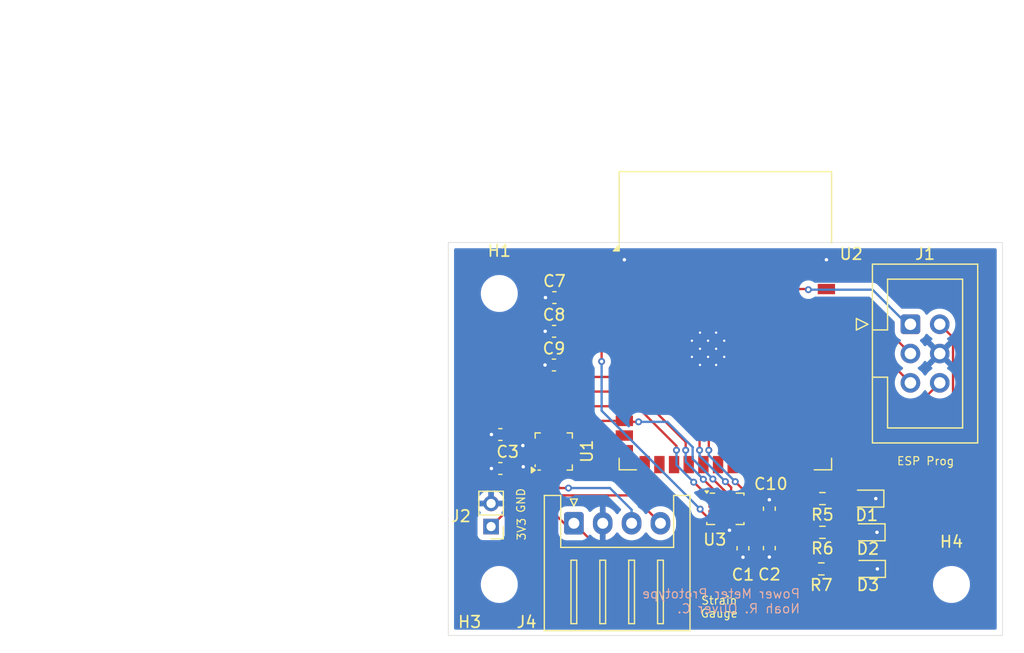
<source format=kicad_pcb>
(kicad_pcb (version 20241229) (generator "pcbnew") (generator_version "9.0")
  (title_block (title "dsads") (date "2024-07-18") (rev "1"))
  (layers (0 "F.Cu" signal) (2 "B.Cu" signal) (13 "F.Paste" user) (15 "B.Paste" user) (5 "F.SilkS" user "F.Silkscreen") (7 "B.SilkS" user "B.Silkscreen") (1 "F.Mask" user) (3 "B.Mask" user) (25 "Edge.Cuts" user))
  (net 0 "")
  (net 1 "+3V3")
  (net 2 "/SYNC_{ADC}")
  (net 3 "/ADS-")
  (net 4 "/CLK_{ADC}")
  (net 5 "/SCLK")
  (net 6 "/ADS+")
  (net 7 "/DRDY_{ADC}")
  (net 8 "/MISO")
  (net 9 "/CS_{ADC}")
  (net 10 "/MOSI")
  (net 11 "/CS_{gyro}")
  (net 22 "GND")
  (net 23 "Net-(D1-A)")
  (net 24 "Net-(D2-A)")
  (net 28 "Net-(D3-A)")
  (net 29 "/LED_{1}")
  (net 30 "/LED_{2}")
  (net 32 "/INT2_{gyro}")
  (net 33 "Net-(U1-CAP)")
  (net 37 "/INT1_{gyro}")
  (net 41 "/EN")
  (net 42 "/RX")
  (net 43 "/IO0")
  (net 44 "/TX")
  (footprint "RF_Module:ESP32-S3-WROOM-1" (layer "F.Cu") (at 153.035 96.339)
    (property "Reference" "U2" (at 10.8966 -5.7626 0) (layer "F.SilkS"))
    (property "Value" "ESP32-S3-WROOM-1")
    (fp_line (start -9.2 -12.9) (end -9.2 -6.7) (stroke (width 0.12)) (layer "F.SilkS"))
    (fp_line (start -9.2 -12.9) (end 9.2 -12.9) (stroke (width 0.12)) (layer "F.SilkS"))
    (fp_line (start -9.2 11.95) (end -9.2 12.95) (stroke (width 0.12)) (layer "F.SilkS"))
    (fp_line (start -9.2 12.95) (end -7.7 12.95) (stroke (width 0.12)) (layer "F.SilkS"))
    (fp_line (start 9.2 -12.9) (end 9.2 -6.7) (stroke (width 0.12)) (layer "F.SilkS"))
    (fp_line (start 9.2 12.95) (end 7.7 12.95) (stroke (width 0.12)) (layer "F.SilkS"))
    (fp_line (start 9.2 12.95) (end 9.2 11.95) (stroke (width 0.12)) (layer "F.SilkS"))
    (fp_poly (pts (xy -9.2 -6.025) (xy -9.7 -6.025) (xy -9.2 -6.525) (xy -9.2 -6.025)) (stroke (width 0.12)) (fill yes) (layer "F.SilkS"))
    (pad "1" smd rect (at -8.75 -5.26) (size 1.5 0.9) (layers "F.Cu" "F.Mask" "F.Paste") (net 22 "GND"))
    (pad "2" smd rect (at -8.75 -3.99) (size 1.5 0.9) (layers "F.Cu" "F.Mask" "F.Paste") (net 1 "+3V3"))
    (pad "3" smd rect (at -8.75 -2.72) (size 1.5 0.9) (layers "F.Cu" "F.Mask" "F.Paste") (net 41 "/EN"))
    (pad "4" smd rect (at -8.75 -1.45) (size 1.5 0.9) (layers "F.Cu" "F.Mask" "F.Paste"))
    (pad "5" smd rect (at -8.75 -0.18) (size 1.5 0.9) (layers "F.Cu" "F.Mask" "F.Paste"))
    (pad "6" smd rect (at -8.75 1.09) (size 1.5 0.9) (layers "F.Cu" "F.Mask" "F.Paste") (net 37 "/INT1_{gyro}"))
    (pad "7" smd rect (at -8.75 2.36) (size 1.5 0.9) (layers "F.Cu" "F.Mask" "F.Paste") (net 32 "/INT2_{gyro}"))
    (pad "8" smd rect (at -8.75 3.63) (size 1.5 0.9) (layers "F.Cu" "F.Mask" "F.Paste") (net 11 "/CS_{gyro}"))
    (pad "9" smd rect (at -8.75 4.9) (size 1.5 0.9) (layers "F.Cu" "F.Mask" "F.Paste") (net 4 "/CLK_{ADC}"))
    (pad "10" smd rect (at -8.75 6.17) (size 1.5 0.9) (layers "F.Cu" "F.Mask" "F.Paste") (net 10 "/MOSI"))
    (pad "11" smd rect (at -8.75 7.44) (size 1.5 0.9) (layers "F.Cu" "F.Mask" "F.Paste") (net 8 "/MISO"))
    (pad "12" smd rect (at -8.75 8.71) (size 1.5 0.9) (layers "F.Cu" "F.Mask" "F.Paste") (net 5 "/SCLK"))
    (pad "13" smd rect (at -8.75 9.98) (size 1.5 0.9) (layers "F.Cu" "F.Mask" "F.Paste") (net 7 "/DRDY_{ADC}"))
    (pad "14" smd rect (at -8.75 11.25 180) (size 1.5 0.9) (layers "F.Cu" "F.Mask" "F.Paste") (net 9 "/CS_{ADC}"))
    (pad "15" smd rect (at -6.985 12.5 270) (size 1.5 0.9) (layers "F.Cu" "F.Mask" "F.Paste") (net 2 "/SYNC_{ADC}"))
    (pad "16" smd rect (at -5.715 12.5 270) (size 1.5 0.9) (layers "F.Cu" "F.Mask" "F.Paste"))
    (pad "17" smd rect (at -4.445 12.5 270) (size 1.5 0.9) (layers "F.Cu" "F.Mask" "F.Paste"))
    (pad "18" smd rect (at -3.175 12.5 270) (size 1.5 0.9) (layers "F.Cu" "F.Mask" "F.Paste"))
    (pad "19" smd rect (at -1.905 12.5 270) (size 1.5 0.9) (layers "F.Cu" "F.Mask" "F.Paste"))
    (pad "20" smd rect (at -0.635 12.5 270) (size 1.5 0.9) (layers "F.Cu" "F.Mask" "F.Paste"))
    (pad "21" smd rect (at 0.635 12.5 270) (size 1.5 0.9) (layers "F.Cu" "F.Mask" "F.Paste"))
    (pad "22" smd rect (at 1.905 12.5 270) (size 1.5 0.9) (layers "F.Cu" "F.Mask" "F.Paste"))
    (pad "23" smd rect (at 3.175 12.5 270) (size 1.5 0.9) (layers "F.Cu" "F.Mask" "F.Paste"))
    (pad "24" smd rect (at 4.445 12.5 270) (size 1.5 0.9) (layers "F.Cu" "F.Mask" "F.Paste"))
    (pad "25" smd rect (at 5.715 12.5 270) (size 1.5 0.9) (layers "F.Cu" "F.Mask" "F.Paste") (net 30 "/LED_{2}"))
    (pad "26" smd rect (at 6.985 12.5 270) (size 1.5 0.9) (layers "F.Cu" "F.Mask" "F.Paste") (net 29 "/LED_{1}"))
    (pad "27" smd rect (at 8.75 11.25) (size 1.5 0.9) (layers "F.Cu" "F.Mask" "F.Paste") (net 43 "/IO0"))
    (pad "28" smd rect (at 8.75 9.98) (size 1.5 0.9) (layers "F.Cu" "F.Mask" "F.Paste"))
    (pad "29" smd rect (at 8.75 8.71) (size 1.5 0.9) (layers "F.Cu" "F.Mask" "F.Paste"))
    (pad "30" smd rect (at 8.75 7.44) (size 1.5 0.9) (layers "F.Cu" "F.Mask" "F.Paste"))
    (pad "31" smd rect (at 8.75 6.17) (size 1.5 0.9) (layers "F.Cu" "F.Mask" "F.Paste"))
    (pad "32" smd rect (at 8.75 4.9) (size 1.5 0.9) (layers "F.Cu" "F.Mask" "F.Paste"))
    (pad "33" smd rect (at 8.75 3.63) (size 1.5 0.9) (layers "F.Cu" "F.Mask" "F.Paste"))
    (pad "34" smd rect (at 8.75 2.36) (size 1.5 0.9) (layers "F.Cu" "F.Mask" "F.Paste"))
    (pad "35" smd rect (at 8.75 1.09) (size 1.5 0.9) (layers "F.Cu" "F.Mask" "F.Paste"))
    (pad "36" smd rect (at 8.75 -0.18) (size 1.5 0.9) (layers "F.Cu" "F.Mask" "F.Paste") (net 42 "/RX"))
    (pad "37" smd rect (at 8.75 -1.45) (size 1.5 0.9) (layers "F.Cu" "F.Mask" "F.Paste") (net 44 "/TX"))
    (pad "38" smd rect (at 8.75 -2.72) (size 1.5 0.9) (layers "F.Cu" "F.Mask" "F.Paste"))
    (pad "39" smd rect (at 8.75 -3.99) (size 1.5 0.9) (layers "F.Cu" "F.Mask" "F.Paste"))
    (pad "40" smd rect (at 8.75 -5.26) (size 1.5 0.9) (layers "F.Cu" "F.Mask" "F.Paste") (net 22 "GND"))
    (pad "41" thru_hole circle (at -2.9 1.76 90) (size 0.6 0.6) (drill 0.2) (property pad_prop_heatsink) (layers "*.Cu" "F.Mask") (net 22 "GND"))
    (pad "41" thru_hole circle (at -2.9 3.16) (size 0.6 0.6) (drill 0.2) (property pad_prop_heatsink) (layers "*.Cu" "F.Mask") (net 22 "GND"))
    (pad "41" thru_hole circle (at -2.2 1.06) (size 0.6 0.6) (drill 0.2) (property pad_prop_heatsink) (layers "*.Cu" "F.Mask") (net 22 "GND"))
    (pad "41" thru_hole circle (at -2.2 2.46) (size 0.6 0.6) (drill 0.2) (property pad_prop_heatsink) (layers "*.Cu" "F.Mask") (net 22 "GND"))
    (pad "41" thru_hole circle (at -2.2 3.86) (size 0.6 0.6) (drill 0.2) (property pad_prop_heatsink) (layers "*.Cu" "F.Mask") (net 22 "GND"))
    (pad "41" thru_hole circle (at -1.5 1.76) (size 0.6 0.6) (drill 0.2) (property pad_prop_heatsink) (layers "*.Cu" "F.Mask") (net 22 "GND"))
    (pad "41" smd rect (at -1.5 2.46 270) (size 3.9 3.9) (property pad_prop_heatsink) (layers "F.Cu" "F.Mask") (net 22 "GND"))
    (pad "41" thru_hole circle (at -1.5 3.16) (size 0.6 0.6) (drill 0.2) (property pad_prop_heatsink) (layers "*.Cu" "F.Mask") (net 22 "GND"))
    (pad "41" thru_hole circle (at -0.8 1.06) (size 0.6 0.6) (drill 0.2) (property pad_prop_heatsink) (layers "*.Cu" "F.Mask") (net 22 "GND"))
    (pad "41" thru_hole circle (at -0.8 2.46) (size 0.6 0.6) (drill 0.2) (property pad_prop_heatsink) (layers "*.Cu" "F.Mask") (net 22 "GND"))
    (pad "41" thru_hole circle (at -0.8 3.86) (size 0.6 0.6) (drill 0.2) (property pad_prop_heatsink) (layers "*.Cu" "F.Mask") (net 22 "GND"))
    (pad "41" thru_hole circle (at -0.1 1.76) (size 0.6 0.6) (drill 0.2) (property pad_prop_heatsink) (layers "*.Cu" "F.Mask") (net 22 "GND"))
    (pad "41" thru_hole circle (at -0.1 3.16) (size 0.6 0.6) (drill 0.2) (property pad_prop_heatsink) (layers "*.Cu" "F.Mask") (net 22 "GND"))
    (zone (net 0) (net_name "") (layers "F.Cu" "B.Cu") (connect_pads (clearance 0)) (min_thickness 0.254)
      (keepout (tracks not_allowed) (vias not_allowed) (pads not_allowed) (copperpour not_allowed) (footprints not_allowed))
      (fill (thermal_gap 0.508) (thermal_bridge_width 0.508))
      (polygon (pts (xy 129.035 89.589) (xy 177.035 89.589) (xy 177.035 68.589) (xy 129.035 68.589)))
    )
  )
  (footprint "Capacitor_SMD:C_0603_1608Metric" (layer "F.Cu") (at 133.5464 106.2296)
    (property "Reference" "C4" (hide yes))
    (property "Value" "220n")
    (fp_line (start -0.14058 -0.51) (end 0.14058 -0.51) (stroke (width 0.12)) (layer "F.SilkS"))
    (fp_line (start -0.14058 0.51) (end 0.14058 0.51) (stroke (width 0.12)) (layer "F.SilkS"))
    (pad "1" smd roundrect (at -0.775 0) (size 0.9 0.95) (layers "F.Cu" "F.Mask" "F.Paste") (net 22 "GND"))
    (pad "2" smd roundrect (at 0.775 0) (size 0.9 0.95) (layers "F.Cu" "F.Mask" "F.Paste") (net 33 "Net-(U1-CAP)"))
  )
  (footprint "Capacitor_SMD:C_0603_1608Metric" (layer "F.Cu") (at 133.5464 109.176)
    (property "Reference" "C3" (at 0.635 -1.4478 180) (layer "F.SilkS"))
    (property "Value" "1u")
    (fp_line (start -0.14058 -0.51) (end 0.14058 -0.51) (stroke (width 0.12)) (layer "F.SilkS"))
    (fp_line (start -0.14058 0.51) (end 0.14058 0.51) (stroke (width 0.12)) (layer "F.SilkS"))
    (pad "1" smd roundrect (at -0.775 0) (size 0.9 0.95) (layers "F.Cu" "F.Mask" "F.Paste") (net 22 "GND"))
    (pad "2" smd roundrect (at 0.775 0) (size 0.9 0.95) (layers "F.Cu" "F.Mask" "F.Paste") (net 1 "+3V3"))
  )
  (footprint "Capacitor_SMD:C_0603_1608Metric" (layer "F.Cu") (at 138.2268 94.361)
    (property "Reference" "C7" (at 0 -1.43 0) (layer "F.SilkS"))
    (property "Value" "10n")
    (fp_line (start -0.14058 -0.51) (end 0.14058 -0.51) (stroke (width 0.12)) (layer "F.SilkS"))
    (fp_line (start -0.14058 0.51) (end 0.14058 0.51) (stroke (width 0.12)) (layer "F.SilkS"))
    (pad "1" smd roundrect (at -0.775 0) (size 0.9 0.95) (layers "F.Cu" "F.Mask" "F.Paste") (net 22 "GND"))
    (pad "2" smd roundrect (at 0.775 0) (size 0.9 0.95) (layers "F.Cu" "F.Mask" "F.Paste") (net 1 "+3V3"))
  )
  (footprint "LED_SMD:LED_0603_1608Metric" (layer "F.Cu") (at 165.3793 114.7064 180)
    (property "Reference" "D2" (at 0 -1.43 0) (layer "F.SilkS"))
    (property "Value" "LED")
    (fp_line (start 0.8 -0.735) (end -1.485 -0.735) (stroke (width 0.12)) (layer "F.SilkS"))
    (fp_line (start -1.485 0.735) (end 0.8 0.735) (stroke (width 0.12)) (layer "F.SilkS"))
    (fp_line (start -1.485 -0.735) (end -1.485 0.735) (stroke (width 0.12)) (layer "F.SilkS"))
    (pad "1" smd roundrect (at -0.7875 0 180) (size 0.875 0.95) (layers "F.Cu" "F.Mask" "F.Paste") (net 22 "GND"))
    (pad "2" smd roundrect (at 0.7875 0 180) (size 0.875 0.95) (layers "F.Cu" "F.Mask" "F.Paste") (net 24 "Net-(D2-A)"))
  )
  (footprint "Resistor_SMD:R_0603_1608Metric" (layer "F.Cu") (at 161.4423 111.7854)
    (property "Reference" "R5" (at 0 1.397 0) (layer "F.SilkS"))
    (property "Value" "320")
    (fp_line (start -0.237258 -0.5225) (end 0.237258 -0.5225) (stroke (width 0.12)) (layer "F.SilkS"))
    (fp_line (start -0.237258 0.5225) (end 0.237258 0.5225) (stroke (width 0.12)) (layer "F.SilkS"))
    (pad "1" smd roundrect (at -0.825 0) (size 0.8 0.95) (layers "F.Cu" "F.Mask" "F.Paste") (net 29 "/LED_{1}"))
    (pad "2" smd roundrect (at 0.825 0) (size 0.8 0.95) (layers "F.Cu" "F.Mask" "F.Paste") (net 23 "Net-(D1-A)"))
  )
  (footprint "Capacitor_SMD:C_0603_1608Metric" (layer "F.Cu") (at 138.1884 100.203)
    (property "Reference" "C9" (at 0 -1.43 0) (layer "F.SilkS"))
    (property "Value" "1u")
    (fp_line (start -0.14058 -0.51) (end 0.14058 -0.51) (stroke (width 0.12)) (layer "F.SilkS"))
    (fp_line (start -0.14058 0.51) (end 0.14058 0.51) (stroke (width 0.12)) (layer "F.SilkS"))
    (pad "1" smd roundrect (at -0.775 0) (size 0.9 0.95) (layers "F.Cu" "F.Mask" "F.Paste") (net 22 "GND"))
    (pad "2" smd roundrect (at 0.775 0) (size 0.9 0.95) (layers "F.Cu" "F.Mask" "F.Paste") (net 1 "+3V3"))
  )
  (footprint "MountingHole:MountingHole_2.7mm_M2.5" (layer "F.Cu") (at 172.6184 119.2276)
    (property "Reference" "H4" (at 0 -3.7 0) (layer "F.SilkS"))
    (property "Value" "M2.5")
    (pad "" np_thru_hole circle (at 0 0) (size 2.7 2.7) (drill 2.7) (layers "*.Cu" "*.Mask"))
  )
  (footprint "Connector_JST:JST_XH_S4B-XH-A_1x04_P2.50mm_Horizontal" (layer "F.Cu") (at 139.9124 113.9234)
    (property "Reference" "J4" (at -4.0986 8.5554 0) (layer "F.SilkS"))
    (property "Value" "Conn_01x04_Pin")
    (fp_line (start -2.56 -2.41) (end -1.14 -2.41) (stroke (width 0.12)) (layer "F.SilkS"))
    (fp_line (start -2.56 9.31) (end -2.56 -2.41) (stroke (width 0.12)) (layer "F.SilkS"))
    (fp_line (start -1.14 -2.41) (end -1.14 2.09) (stroke (width 0.12)) (layer "F.SilkS"))
    (fp_line (start -1.14 2.09) (end 3.75 2.09) (stroke (width 0.12)) (layer "F.SilkS"))
    (fp_line (start -0.3 -2.1) (end 0.3 -2.1) (stroke (width 0.12)) (layer "F.SilkS"))
    (fp_line (start -0.25 3.2) (end -0.25 8.7) (stroke (width 0.12)) (layer "F.SilkS"))
    (fp_line (start -0.25 8.7) (end 0.25 8.7) (stroke (width 0.12)) (layer "F.SilkS"))
    (fp_line (start 0 -1.5) (end -0.3 -2.1) (stroke (width 0.12)) (layer "F.SilkS"))
    (fp_line (start 0.25 3.2) (end -0.25 3.2) (stroke (width 0.12)) (layer "F.SilkS"))
    (fp_line (start 0.25 8.7) (end 0.25 3.2) (stroke (width 0.12)) (layer "F.SilkS"))
    (fp_line (start 0.3 -2.1) (end 0 -1.5) (stroke (width 0.12)) (layer "F.SilkS"))
    (fp_line (start 2.25 3.2) (end 2.25 8.7) (stroke (width 0.12)) (layer "F.SilkS"))
    (fp_line (start 2.25 8.7) (end 2.75 8.7) (stroke (width 0.12)) (layer "F.SilkS"))
    (fp_line (start 2.75 3.2) (end 2.25 3.2) (stroke (width 0.12)) (layer "F.SilkS"))
    (fp_line (start 2.75 8.7) (end 2.75 3.2) (stroke (width 0.12)) (layer "F.SilkS"))
    (fp_line (start 3.75 9.31) (end -2.56 9.31) (stroke (width 0.12)) (layer "F.SilkS"))
    (fp_line (start 3.75 9.31) (end 10.06 9.31) (stroke (width 0.12)) (layer "F.SilkS"))
    (fp_line (start 4.75 3.2) (end 4.75 8.7) (stroke (width 0.12)) (layer "F.SilkS"))
    (fp_line (start 4.75 8.7) (end 5.25 8.7) (stroke (width 0.12)) (layer "F.SilkS"))
    (fp_line (start 5.25 3.2) (end 4.75 3.2) (stroke (width 0.12)) (layer "F.SilkS"))
    (fp_line (start 5.25 8.7) (end 5.25 3.2) (stroke (width 0.12)) (layer "F.SilkS"))
    (fp_line (start 7.25 3.2) (end 7.25 8.7) (stroke (width 0.12)) (layer "F.SilkS"))
    (fp_line (start 7.25 8.7) (end 7.75 8.7) (stroke (width 0.12)) (layer "F.SilkS"))
    (fp_line (start 7.75 3.2) (end 7.25 3.2) (stroke (width 0.12)) (layer "F.SilkS"))
    (fp_line (start 7.75 8.7) (end 7.75 3.2) (stroke (width 0.12)) (layer "F.SilkS"))
    (fp_line (start 8.64 -2.41) (end 8.64 2.09) (stroke (width 0.12)) (layer "F.SilkS"))
    (fp_line (start 8.64 2.09) (end 3.75 2.09) (stroke (width 0.12)) (layer "F.SilkS"))
    (fp_line (start 10.06 -2.41) (end 8.64 -2.41) (stroke (width 0.12)) (layer "F.SilkS"))
    (fp_line (start 10.06 9.31) (end 10.06 -2.41) (stroke (width 0.12)) (layer "F.SilkS"))
    (pad "1" thru_hole roundrect (at 0 0) (size 1.7 1.95) (drill 0.95) (layers "*.Cu" "*.Mask") (roundrect_rratio 0.147059) (net 1 "+3V3"))
    (pad "2" thru_hole oval (at 2.5 0) (size 1.7 1.95) (drill 0.95) (layers "*.Cu" "*.Mask") (net 22 "GND"))
    (pad "3" thru_hole oval (at 5 0) (size 1.7 1.95) (drill 0.95) (layers "*.Cu" "*.Mask") (net 3 "/ADS-"))
    (pad "4" thru_hole oval (at 7.5 0) (size 1.7 1.95) (drill 0.95) (layers "*.Cu" "*.Mask") (net 6 "/ADS+"))
  )
  (footprint "Resistor_SMD:R_0603_1608Metric" (layer "F.Cu") (at 161.4423 114.7064)
    (property "Reference" "R6" (at 0 1.397 0) (layer "F.SilkS"))
    (property "Value" "320")
    (fp_line (start -0.237258 -0.5225) (end 0.237258 -0.5225) (stroke (width 0.12)) (layer "F.SilkS"))
    (fp_line (start -0.237258 0.5225) (end 0.237258 0.5225) (stroke (width 0.12)) (layer "F.SilkS"))
    (pad "1" smd roundrect (at -0.825 0) (size 0.8 0.95) (layers "F.Cu" "F.Mask" "F.Paste") (net 30 "/LED_{2}"))
    (pad "2" smd roundrect (at 0.825 0) (size 0.8 0.95) (layers "F.Cu" "F.Mask" "F.Paste") (net 24 "Net-(D2-A)"))
  )
  (footprint "MountingHole:MountingHole_2.7mm_M2.5" (layer "F.Cu") (at 133.4516 94.0054)
    (property "Reference" "H1" (at 0 -3.7 0) (layer "F.SilkS"))
    (property "Value" "M2.5")
    (pad "" np_thru_hole circle (at 0 0) (size 2.7 2.7) (drill 2.7) (layers "*.Cu" "*.Mask"))
  )
  (footprint "Capacitor_SMD:C_0603_1608Metric" (layer "F.Cu") (at 154.559 116.091 90)
    (property "Reference" "C1" (at -2.286 0 180) (layer "F.SilkS"))
    (property "Value" "10n")
    (fp_line (start -0.14058 -0.51) (end 0.14058 -0.51) (stroke (width 0.12)) (layer "F.SilkS"))
    (fp_line (start -0.14058 0.51) (end 0.14058 0.51) (stroke (width 0.12)) (layer "F.SilkS"))
    (pad "1" smd roundrect (at -0.775 0 90) (size 0.9 0.95) (layers "F.Cu" "F.Mask" "F.Paste") (net 22 "GND"))
    (pad "2" smd roundrect (at 0.775 0 90) (size 0.9 0.95) (layers "F.Cu" "F.Mask" "F.Paste") (net 1 "+3V3"))
  )
  (footprint "Resistor_SMD:R_0603_1608Metric" (layer "F.Cu") (at 161.3468 117.8814)
    (property "Reference" "R7" (at 0 1.397 0) (layer "F.SilkS"))
    (property "Value" "320")
    (fp_line (start -0.237258 -0.5225) (end 0.237258 -0.5225) (stroke (width 0.12)) (layer "F.SilkS"))
    (fp_line (start -0.237258 0.5225) (end 0.237258 0.5225) (stroke (width 0.12)) (layer "F.SilkS"))
    (pad "1" smd roundrect (at -0.825 0) (size 0.8 0.95) (layers "F.Cu" "F.Mask" "F.Paste") (net 1 "+3V3"))
    (pad "2" smd roundrect (at 0.825 0) (size 0.8 0.95) (layers "F.Cu" "F.Mask" "F.Paste") (net 28 "Net-(D3-A)"))
  )
  (footprint "Package_LGA:LGA-14_3x2.5mm_P0.5mm_LayoutBorder3x4y" (layer "F.Cu") (at 153.035 112.6725)
    (property "Reference" "U3" (at -0.9144 2.6689 0) (layer "F.SilkS"))
    (property "Value" "ICM-42670-P1")
    (fp_line (start -1.61 1.36) (end -1.61 1.185) (stroke (width 0.12)) (layer "F.SilkS"))
    (fp_line (start -0.935 -1.36) (end -1.31 -1.36) (stroke (width 0.12)) (layer "F.SilkS"))
    (fp_line (start -0.935 1.36) (end -1.61 1.36) (stroke (width 0.12)) (layer "F.SilkS"))
    (fp_line (start 0.935 -1.36) (end 1.61 -1.36) (stroke (width 0.12)) (layer "F.SilkS"))
    (fp_line (start 0.935 1.36) (end 1.61 1.36) (stroke (width 0.12)) (layer "F.SilkS"))
    (fp_line (start 1.61 -1.36) (end 1.61 -1.185) (stroke (width 0.12)) (layer "F.SilkS"))
    (fp_line (start 1.61 1.36) (end 1.61 1.185) (stroke (width 0.12)) (layer "F.SilkS"))
    (fp_poly (pts (xy -1.61 -1.36) (xy -1.75 -1.55) (xy -1.47 -1.55) (xy -1.61 -1.36)) (stroke (width 0.12)) (fill yes) (layer "F.SilkS"))
    (pad "1" smd roundrect (at -1.1625 -0.75) (size 0.625 0.35) (layers "F.Cu" "F.Mask" "F.Paste") (net 8 "/MISO"))
    (pad "2" smd roundrect (at -1.1625 -0.25) (size 0.625 0.35) (layers "F.Cu" "F.Mask" "F.Paste"))
    (pad "3" smd roundrect (at -1.1625 0.25) (size 0.625 0.35) (layers "F.Cu" "F.Mask" "F.Paste"))
    (pad "4" smd roundrect (at -1.1625 0.75) (size 0.625 0.35) (layers "F.Cu" "F.Mask" "F.Paste") (net 37 "/INT1_{gyro}"))
    (pad "5" smd roundrect (at -0.5 0.9125) (size 0.35 0.625) (layers "F.Cu" "F.Mask" "F.Paste") (net 1 "+3V3"))
    (pad "6" smd roundrect (at 0 0.9125) (size 0.35 0.625) (layers "F.Cu" "F.Mask" "F.Paste") (net 22 "GND"))
    (pad "7" smd roundrect (at 0.5 0.9125) (size 0.35 0.625) (layers "F.Cu" "F.Mask" "F.Paste") (net 22 "GND"))
    (pad "8" smd roundrect (at 1.1625 0.75) (size 0.625 0.35) (layers "F.Cu" "F.Mask" "F.Paste") (net 1 "+3V3"))
    (pad "9" smd roundrect (at 1.1625 0.25) (size 0.625 0.35) (layers "F.Cu" "F.Mask" "F.Paste") (net 32 "/INT2_{gyro}"))
    (pad "10" smd roundrect (at 1.1625 -0.25) (size 0.625 0.35) (layers "F.Cu" "F.Mask" "F.Paste"))
    (pad "11" smd roundrect (at 1.1625 -0.75) (size 0.625 0.35) (layers "F.Cu" "F.Mask" "F.Paste"))
    (pad "12" smd roundrect (at 0.5 -0.9125) (size 0.35 0.625) (layers "F.Cu" "F.Mask" "F.Paste") (net 11 "/CS_{gyro}"))
    (pad "13" smd roundrect (at 0 -0.9125) (size 0.35 0.625) (layers "F.Cu" "F.Mask" "F.Paste") (net 5 "/SCLK"))
    (pad "14" smd roundrect (at -0.5 -0.9125) (size 0.35 0.625) (layers "F.Cu" "F.Mask" "F.Paste") (net 10 "/MOSI"))
  )
  (footprint "MountingHole:MountingHole_2.7mm_M2.5" (layer "F.Cu") (at 133.4516 119.2276)
    (property "Reference" "H3" (at -2.5654 3.2512 0) (layer "F.SilkS"))
    (property "Value" "M2.5")
    (pad "" np_thru_hole circle (at 0 0) (size 2.7 2.7) (drill 2.7) (layers "*.Cu" "*.Mask"))
  )
  (footprint "Capacitor_SMD:C_0603_1608Metric" (layer "F.Cu") (at 138.2014 97.282)
    (property "Reference" "C8" (at 0 -1.43 0) (layer "F.SilkS"))
    (property "Value" "100n")
    (fp_line (start -0.14058 -0.51) (end 0.14058 -0.51) (stroke (width 0.12)) (layer "F.SilkS"))
    (fp_line (start -0.14058 0.51) (end 0.14058 0.51) (stroke (width 0.12)) (layer "F.SilkS"))
    (pad "1" smd roundrect (at -0.775 0) (size 0.9 0.95) (layers "F.Cu" "F.Mask" "F.Paste") (net 22 "GND"))
    (pad "2" smd roundrect (at 0.775 0) (size 0.9 0.95) (layers "F.Cu" "F.Mask" "F.Paste") (net 1 "+3V3"))
  )
  (footprint "Connector_PinHeader_2.00mm:PinHeader_1x02_P2.00mm_Vertical" (layer "F.Cu") (at 132.7404 114.2078 180)
    (property "Reference" "J2" (at 2.6162 0.8984 180) (layer "F.SilkS"))
    (property "Value" "Conn_01x02_Pin")
    (fp_line (start 1.06 1) (end 1.06 3.06) (stroke (width 0.12)) (layer "F.SilkS"))
    (fp_line (start -1.06 3.06) (end 1.06 3.06) (stroke (width 0.12)) (layer "F.SilkS"))
    (fp_line (start -1.06 1) (end 1.06 1) (stroke (width 0.12)) (layer "F.SilkS"))
    (fp_line (start -1.06 1) (end -1.06 3.06) (stroke (width 0.12)) (layer "F.SilkS"))
    (fp_line (start -1.06 0) (end -1.06 -1.06) (stroke (width 0.12)) (layer "F.SilkS"))
    (fp_line (start -1.06 -1.06) (end 0 -1.06) (stroke (width 0.12)) (layer "F.SilkS"))
    (pad "1" thru_hole rect (at 0 0 180) (size 1.35 1.35) (drill 0.8) (layers "*.Cu" "*.Mask") (net 1 "+3V3"))
    (pad "2" thru_hole oval (at 0 2 180) (size 1.35 1.35) (drill 0.8) (layers "*.Cu" "*.Mask") (net 22 "GND"))
  )
  (footprint "LED_SMD:LED_0603_1608Metric" (layer "F.Cu") (at 165.2778 111.7854 180)
    (property "Reference" "D1" (at 0 -1.43 0) (layer "F.SilkS"))
    (property "Value" "LED")
    (fp_line (start 0.8 -0.735) (end -1.485 -0.735) (stroke (width 0.12)) (layer "F.SilkS"))
    (fp_line (start -1.485 0.735) (end 0.8 0.735) (stroke (width 0.12)) (layer "F.SilkS"))
    (fp_line (start -1.485 -0.735) (end -1.485 0.735) (stroke (width 0.12)) (layer "F.SilkS"))
    (pad "1" smd roundrect (at -0.7875 0 180) (size 0.875 0.95) (layers "F.Cu" "F.Mask" "F.Paste") (net 22 "GND"))
    (pad "2" smd roundrect (at 0.7875 0 180) (size 0.875 0.95) (layers "F.Cu" "F.Mask" "F.Paste") (net 23 "Net-(D1-A)"))
  )
  (footprint "Capacitor_SMD:C_0603_1608Metric" (layer "F.Cu") (at 156.845 112.6595 -90)
    (property "Reference" "C10" (at -2.146 -0.127 180) (layer "F.SilkS"))
    (property "Value" "2.2u")
    (fp_line (start -0.14058 0.51) (end 0.14058 0.51) (stroke (width 0.12)) (layer "F.SilkS"))
    (fp_line (start -0.14058 -0.51) (end 0.14058 -0.51) (stroke (width 0.12)) (layer "F.SilkS"))
    (pad "1" smd roundrect (at -0.775 0 270) (size 0.9 0.95) (layers "F.Cu" "F.Mask" "F.Paste") (net 22 "GND"))
    (pad "2" smd roundrect (at 0.775 0 270) (size 0.9 0.95) (layers "F.Cu" "F.Mask" "F.Paste") (net 1 "+3V3"))
  )
  (footprint "LED_SMD:LED_0603_1608Metric" (layer "F.Cu") (at 165.4108 117.8814 180)
    (property "Reference" "D3" (at 0.0255 -1.397 0) (layer "F.SilkS"))
    (property "Value" "LED")
    (fp_line (start 0.8 -0.735) (end -1.485 -0.735) (stroke (width 0.12)) (layer "F.SilkS"))
    (fp_line (start -1.485 0.735) (end 0.8 0.735) (stroke (width 0.12)) (layer "F.SilkS"))
    (fp_line (start -1.485 -0.735) (end -1.485 0.735) (stroke (width 0.12)) (layer "F.SilkS"))
    (pad "1" smd roundrect (at -0.7875 0 180) (size 0.875 0.95) (layers "F.Cu" "F.Mask" "F.Paste") (net 22 "GND"))
    (pad "2" smd roundrect (at 0.7875 0 180) (size 0.875 0.95) (layers "F.Cu" "F.Mask" "F.Paste") (net 28 "Net-(D3-A)"))
  )
  (footprint "Connector_IDC:IDC-Header_2x03_P2.54mm_Vertical" (layer "F.Cu") (at 169.0624 96.6724)
    (property "Reference" "J1" (at 1.27 -6.1 0) (layer "F.SilkS"))
    (property "Value" "Conn_02x03_Odd_Even")
    (fp_line (start -4.68 -0.5) (end -4.68 0.5) (stroke (width 0.12)) (layer "F.SilkS"))
    (fp_line (start -4.68 0.5) (end -3.68 0) (stroke (width 0.12)) (layer "F.SilkS"))
    (fp_line (start -3.68 0) (end -4.68 -0.5) (stroke (width 0.12)) (layer "F.SilkS"))
    (fp_line (start -3.29 -5.21) (end 5.83 -5.21) (stroke (width 0.12)) (layer "F.SilkS"))
    (fp_line (start -3.29 0.49) (end -1.98 0.49) (stroke (width 0.12)) (layer "F.SilkS"))
    (fp_line (start -3.29 10.29) (end -3.29 -5.21) (stroke (width 0.12)) (layer "F.SilkS"))
    (fp_line (start -1.98 -3.91) (end 4.52 -3.91) (stroke (width 0.12)) (layer "F.SilkS"))
    (fp_line (start -1.98 0.49) (end -1.98 -3.91) (stroke (width 0.12)) (layer "F.SilkS"))
    (fp_line (start -1.98 4.59) (end -3.29 4.59) (stroke (width 0.12)) (layer "F.SilkS"))
    (fp_line (start -1.98 4.59) (end -1.98 4.59) (stroke (width 0.12)) (layer "F.SilkS"))
    (fp_line (start -1.98 8.99) (end -1.98 4.59) (stroke (width 0.12)) (layer "F.SilkS"))
    (fp_line (start 4.52 -3.91) (end 4.52 8.99) (stroke (width 0.12)) (layer "F.SilkS"))
    (fp_line (start 4.52 8.99) (end -1.98 8.99) (stroke (width 0.12)) (layer "F.SilkS"))
    (fp_line (start 5.83 -5.21) (end 5.83 10.29) (stroke (width 0.12)) (layer "F.SilkS"))
    (fp_line (start 5.83 10.29) (end -3.29 10.29) (stroke (width 0.12)) (layer "F.SilkS"))
    (pad "1" thru_hole roundrect (at 0 0) (size 1.7 1.7) (drill 1) (layers "*.Cu" "*.Mask") (roundrect_rratio 0.147059) (net 41 "/EN"))
    (pad "2" thru_hole circle (at 2.54 0) (size 1.7 1.7) (drill 1) (layers "*.Cu" "*.Mask") (net 1 "+3V3"))
    (pad "3" thru_hole circle (at 0 2.54) (size 1.7 1.7) (drill 1) (layers "*.Cu" "*.Mask") (net 44 "/TX"))
    (pad "4" thru_hole circle (at 2.54 2.54) (size 1.7 1.7) (drill 1) (layers "*.Cu" "*.Mask") (net 22 "GND"))
    (pad "5" thru_hole circle (at 0 5.08) (size 1.7 1.7) (drill 1) (layers "*.Cu" "*.Mask") (net 42 "/RX"))
    (pad "6" thru_hole circle (at 2.54 5.08) (size 1.7 1.7) (drill 1) (layers "*.Cu" "*.Mask") (net 43 "/IO0"))
  )
  (footprint "Package_DFN_QFN:WQFN-20-1EP_3x3mm_P0.4mm_EP1.7x1.7mm" (layer "F.Cu") (at 138.1692 107.7028 90)
    (property "Reference" "U1" (at 0.0254 2.8702 90) (layer "F.SilkS"))
    (property "Value" "ADS131M03")
    (fp_line (start 1.61 -1.61) (end 1.61 -1.16) (stroke (width 0.12)) (layer "F.SilkS"))
    (fp_line (start 1.16 -1.61) (end 1.61 -1.61) (stroke (width 0.12)) (layer "F.SilkS"))
    (fp_line (start -1.16 -1.61) (end -1.31 -1.61) (stroke (width 0.12)) (layer "F.SilkS"))
    (fp_line (start -1.61 -1.16) (end -1.61 -1.37) (stroke (width 0.12)) (layer "F.SilkS"))
    (fp_line (start 1.61 1.61) (end 1.61 1.16) (stroke (width 0.12)) (layer "F.SilkS"))
    (fp_line (start 1.16 1.61) (end 1.61 1.61) (stroke (width 0.12)) (layer "F.SilkS"))
    (fp_line (start -1.16 1.61) (end -1.61 1.61) (stroke (width 0.12)) (layer "F.SilkS"))
    (fp_line (start -1.61 1.61) (end -1.61 1.16) (stroke (width 0.12)) (layer "F.SilkS"))
    (fp_poly (pts (xy -1.61 -1.61) (xy -1.85 -1.94) (xy -1.37 -1.94) (xy -1.61 -1.61)) (stroke (width 0.12)) (fill yes) (layer "F.SilkS"))
    (pad "1" smd roundrect (at -1.4625 -0.8 90) (size 0.825 0.2) (layers "F.Cu" "F.Mask" "F.Paste") (net 6 "/ADS+"))
    (pad "2" smd roundrect (at -1.4625 -0.4 90) (size 0.825 0.2) (layers "F.Cu" "F.Mask" "F.Paste") (net 3 "/ADS-"))
    (pad "3" smd roundrect (at -1.4625 0 90) (size 0.825 0.2) (layers "F.Cu" "F.Mask" "F.Paste"))
    (pad "4" smd roundrect (at -1.4625 0.4 90) (size 0.825 0.2) (layers "F.Cu" "F.Mask" "F.Paste"))
    (pad "5" smd roundrect (at -1.4625 0.8 90) (size 0.825 0.2) (layers "F.Cu" "F.Mask" "F.Paste"))
    (pad "6" smd roundrect (at -0.8 1.4625 90) (size 0.2 0.825) (layers "F.Cu" "F.Mask" "F.Paste"))
    (pad "7" smd roundrect (at -0.4 1.4625 90) (size 0.2 0.825) (layers "F.Cu" "F.Mask" "F.Paste"))
    (pad "8" smd roundrect (at 0 1.4625 90) (size 0.2 0.825) (layers "F.Cu" "F.Mask" "F.Paste"))
    (pad "9" smd roundrect (at 0.4 1.4625 90) (size 0.2 0.825) (layers "F.Cu" "F.Mask" "F.Paste") (net 2 "/SYNC_{ADC}"))
    (pad "10" smd roundrect (at 0.8 1.4625 90) (size 0.2 0.825) (layers "F.Cu" "F.Mask" "F.Paste") (net 9 "/CS_{ADC}"))
    (pad "11" smd roundrect (at 1.4625 0.8 90) (size 0.825 0.2) (layers "F.Cu" "F.Mask" "F.Paste") (net 7 "/DRDY_{ADC}"))
    (pad "12" smd roundrect (at 1.4625 0.4 90) (size 0.825 0.2) (layers "F.Cu" "F.Mask" "F.Paste") (net 5 "/SCLK"))
    (pad "13" smd roundrect (at 1.4625 0 90) (size 0.825 0.2) (layers "F.Cu" "F.Mask" "F.Paste") (net 8 "/MISO"))
    (pad "14" smd roundrect (at 1.4625 -0.4 90) (size 0.825 0.2) (layers "F.Cu" "F.Mask" "F.Paste") (net 10 "/MOSI"))
    (pad "15" smd roundrect (at 1.4625 -0.8 90) (size 0.825 0.2) (layers "F.Cu" "F.Mask" "F.Paste") (net 4 "/CLK_{ADC}"))
    (pad "16" smd roundrect (at 0.8 -1.4625 90) (size 0.2 0.825) (layers "F.Cu" "F.Mask" "F.Paste") (net 33 "Net-(U1-CAP)"))
    (pad "17" smd roundrect (at 0.4 -1.4625 90) (size 0.2 0.825) (layers "F.Cu" "F.Mask" "F.Paste") (net 22 "GND"))
    (pad "18" smd roundrect (at 0 -1.4625 90) (size 0.2 0.825) (layers "F.Cu" "F.Mask" "F.Paste") (net 1 "+3V3"))
    (pad "19" smd roundrect (at -0.4 -1.4625 90) (size 0.2 0.825) (layers "F.Cu" "F.Mask" "F.Paste") (net 1 "+3V3"))
    (pad "20" smd roundrect (at -0.8 -1.4625 90) (size 0.2 0.825) (layers "F.Cu" "F.Mask" "F.Paste") (net 22 "GND"))
    (pad "21" smd rect (at 0 0 90) (size 1.7 1.7) (property pad_prop_heatsink) (layers "F.Cu" "F.Mask"))
  )
  (footprint "Capacitor_SMD:C_0603_1608Metric" (layer "F.Cu") (at 156.845 116.078 90)
    (property "Reference" "C2" (at -2.286 0 180) (layer "F.SilkS"))
    (property "Value" "0.1u")
    (fp_line (start -0.14058 -0.51) (end 0.14058 -0.51) (stroke (width 0.12)) (layer "F.SilkS"))
    (fp_line (start -0.14058 0.51) (end 0.14058 0.51) (stroke (width 0.12)) (layer "F.SilkS"))
    (pad "1" smd roundrect (at -0.775 0 90) (size 0.9 0.95) (layers "F.Cu" "F.Mask" "F.Paste") (net 22 "GND"))
    (pad "2" smd roundrect (at 0.775 0 90) (size 0.9 0.95) (layers "F.Cu" "F.Mask" "F.Paste") (net 1 "+3V3"))
  )
  (gr_rect (start 129.032 89.5858) (end 177.038 123.6472) (stroke (width 0.05)) (fill no) (layer "Edge.Cuts"))
  (gr_text "GND" (at 135.7376 113.0808 90) (layer "F.SilkS") (effects (font (size 0.7 0.7) (thickness 0.1)) (justify left bottom)))
  (gr_text "ESP Prog" (at 167.8432 108.9406 0) (layer "F.SilkS") (effects (font (size 0.7 0.7) (thickness 0.1)) (justify left bottom)))
  (gr_text "3V3" (at 135.7884 115.4684 90) (layer "F.SilkS") (effects (font (size 0.7 0.7) (thickness 0.1)) (justify left bottom)))
  (gr_text "Strain\nGauge" (at 152.5016 122.1486 0) (layer "F.SilkS") (effects (font (size 0.7 0.7) (thickness 0.1)) (justify bottom)))
  (gr_text "Power Meter Prototype\nNoah R. Oliver C." (at 159.5628 121.793 0) (layer "B.SilkS") (effects (font (size 0.8 0.8) (thickness 0.1)) (justify left bottom mirror)))
  (segment (start 157.9434 115.303) (end 160.5218 117.8814) (width 0.2) (layer "F.Cu") (net 1))
  (segment (start 156.832 115.316) (end 156.845 115.303) (width 0.2) (layer "F.Cu") (net 1))
  (segment (start 134.3214 109.176) (end 135.7946 107.7028) (width 0.2) (layer "F.Cu") (net 1))
  (segment (start 141.0138 92.349) (end 139.0018 94.361) (width 0.2) (layer "F.Cu") (net 1))
  (segment (start 152.535 113.897499) (end 150.684699 115.7478) (width 0.2) (layer "F.Cu") (net 1))
  (segment (start 164.9839 117.1054) (end 161.2978 117.1054) (width 0.2) (layer "F.Cu") (net 1))
  (segment (start 134.3214 109.176) (end 134.3214 112.6268) (width 0.2) (layer "F.Cu") (net 1))
  (segment (start 152.535 113.585) (end 152.535 113.897499) (width 0.2) (layer "F.Cu") (net 1))
  (segment (start 134.3214 112.6268) (end 132.7404 114.2078) (width 0.2) (layer "F.Cu") (net 1))
  (segment (start 138.9764 94.4756) (end 138.9764 97.282) (width 0.2) (layer "F.Cu") (net 1))
  (segment (start 154.559 115.316) (end 154.559 113.784) (width 0.2) (layer "F.Cu") (net 1))
  (segment (start 135.7946 107.7028) (end 136.7067 107.7028) (width 0.2) (layer "F.Cu") (net 1))
  (segment (start 150.684699 115.7478) (end 141.7368 115.7478) (width 0.2) (layer "F.Cu") (net 1))
  (segment (start 138.9764 97.282) (end 138.9764 100.19) (width 0.2) (layer "F.Cu") (net 1))
  (segment (start 141.7368 115.7478) (end 139.9124 113.9234) (width 0.2) (layer "F.Cu") (net 1))
  (segment (start 133.5704 105.596) (end 133.5704 108.425) (width 0.2) (layer "F.Cu") (net 1))
  (segment (start 133.5704 108.425) (end 134.3214 109.176) (width 0.2) (layer "F.Cu") (net 1))
  (segment (start 138.9634 100.203) (end 133.5704 105.596) (width 0.2) (layer "F.Cu") (net 1))
  (segment (start 152.535 114.522943) (end 153.328057 115.316) (width 0.2) (layer "F.Cu") (net 1))
  (segment (start 156.845 115.303) (end 157.9434 115.303) (width 0.2) (layer "F.Cu") (net 1))
  (segment (start 161.2978 117.1054) (end 160.5218 117.8814) (width 0.2) (layer "F.Cu") (net 1))
  (segment (start 171.6024 96.6724) (end 172.7534 97.8234) (width 0.2) (layer "F.Cu") (net 1))
  (segment (start 139.0018 94.4502) (end 138.9764 94.4756) (width 0.2) (layer "F.Cu") (net 1))
  (segment (start 156.845 115.303) (end 156.845 113.4345) (width 0.2) (layer "F.Cu") (net 1))
  (segment (start 136.7067 107.7028) (end 136.7067 108.1028) (width 0.2) (layer "F.Cu") (net 1))
  (segment (start 172.7534 109.3359) (end 164.9839 117.1054) (width 0.2) (layer "F.Cu") (net 1))
  (segment (start 154.559 113.784) (end 154.1975 113.4225) (width 0.2) (layer "F.Cu") (net 1))
  (segment (start 139.296 114.1506) (end 134.3214 109.176) (width 0.2) (layer "F.Cu") (net 1))
  (segment (start 172.7534 97.8234) (end 172.7534 109.3359) (width 0.2) (layer "F.Cu") (net 1))
  (segment (start 152.535 113.585) (end 152.535 114.522943) (width 0.2) (layer "F.Cu") (net 1))
  (segment (start 144.1272 92.5068) (end 144.285 92.349) (width 0.2) (layer "F.Cu") (net 1))
  (segment (start 153.328057 115.316) (end 154.559 115.316) (width 0.2) (layer "F.Cu") (net 1))
  (segment (start 139.0018 94.361) (end 139.0018 94.4502) (width 0.2) (layer "F.Cu") (net 1))
  (segment (start 154.559 115.316) (end 156.832 115.316) (width 0.2) (layer "F.Cu") (net 1))
  (segment (start 144.285 92.349) (end 141.0138 92.349) (width 0.2) (layer "F.Cu") (net 1))
  (segment (start 138.9764 100.19) (end 138.9634 100.203) (width 0.2) (layer "F.Cu") (net 1))
  (segment (start 142.8496 108.839) (end 141.3134 107.3028) (width 0.2) (layer "F.Cu") (net 2))
  (segment (start 146.05 108.839) (end 142.8496 108.839) (width 0.2) (layer "F.Cu") (net 2))
  (segment (start 141.3134 107.3028) (end 139.6317 107.3028) (width 0.2) (layer "F.Cu") (net 2))
  (segment (start 137.7692 109.9562) (end 138.684 110.871) (width 0.2) (layer "F.Cu") (net 3))
  (segment (start 138.684 110.871) (end 139.446 110.871) (width 0.2) (layer "F.Cu") (net 3))
  (segment (start 137.7692 109.1653) (end 137.7692 109.9562) (width 0.2) (layer "F.Cu") (net 3))
  (via (at 139.446 110.871) (size 0.6) (drill 0.3) (layers "F.Cu" "B.Cu") (net 3))
  (segment (start 143.035 110.871) (end 139.446 110.871) (width 0.2) (layer "B.Cu") (net 3))
  (segment (start 144.9124 112.7484) (end 143.035 110.871) (width 0.2) (layer "B.Cu") (net 3))
  (segment (start 144.9124 113.9234) (end 144.9124 112.7484) (width 0.2) (layer "B.Cu") (net 3))
  (segment (start 137.3692 106.2403) (end 137.3692 103.753) (width 0.2) (layer "F.Cu") (net 4))
  (segment (start 139.8832 101.239) (end 144.285 101.239) (width 0.2) (layer "F.Cu") (net 4))
  (segment (start 137.3692 103.753) (end 139.8832 101.239) (width 0.2) (layer "F.Cu") (net 4))
  (segment (start 137.3692 106.2403) (end 137.3692 106.5518) (width 0.2) (layer "F.Cu") (net 4))
  (segment (start 139.1974 105.049) (end 144.285 105.049) (width 0.2) (layer "F.Cu") (net 5))
  (segment (start 138.5692 105.6772) (end 139.1974 105.049) (width 0.2) (layer "F.Cu") (net 5))
  (segment (start 138.5692 106.2403) (end 138.5692 105.6772) (width 0.2) (layer "F.Cu") (net 5))
  (segment (start 144.3666 105.1306) (end 144.285 105.049) (width 0.2) (layer "F.Cu") (net 5))
  (segment (start 153.035 111.173667) (end 151.950335 110.089002) (width 0.2) (layer "F.Cu") (net 5))
  (segment (start 153.035 111.76) (end 153.035 111.173667) (width 0.2) (layer "F.Cu") (net 5))
  (segment (start 145.5166 105.1306) (end 144.3666 105.1306) (width 0.2) (layer "F.Cu") (net 5))
  (via (at 145.5166 105.1306) (size 0.6) (drill 0.3) (layers "F.Cu" "B.Cu") (net 5))
  (via (at 151.950335 110.089002) (size 0.6) (drill 0.3) (layers "F.Cu" "B.Cu") (net 5))
  (segment (start 148.0058 105.1306) (end 145.5166 105.1306) (width 0.2) (layer "B.Cu") (net 5))
  (segment (start 150.2156 107.3404) (end 148.0058 105.1306) (width 0.2) (layer "B.Cu") (net 5))
  (segment (start 150.1988 107.3572) (end 150.2156 107.3404) (width 0.2) (layer "B.Cu") (net 5))
  (segment (start 150.1988 108.337467) (end 150.1988 107.3572) (width 0.2) (layer "B.Cu") (net 5))
  (segment (start 151.950335 110.089002) (end 150.1988 108.337467) (width 0.2) (layer "B.Cu") (net 5))
  (segment (start 147.4124 113.9234) (end 144.995 111.506) (width 0.2) (layer "F.Cu") (net 6))
  (segment (start 144.995 111.506) (end 138.1252 111.506) (width 0.2) (layer "F.Cu") (net 6))
  (segment (start 138.1252 111.506) (end 137.3692 110.75) (width 0.2) (layer "F.Cu") (net 6))
  (segment (start 137.3692 110.75) (end 137.3692 109.1653) (width 0.2) (layer "F.Cu") (net 6))
  (segment (start 138.9809 106.2403) (end 139.0596 106.319) (width 0.2) (layer "F.Cu") (net 7))
  (segment (start 138.9692 106.2403) (end 138.9809 106.2403) (width 0.2) (layer "F.Cu") (net 7))
  (segment (start 139.0596 106.319) (end 144.285 106.319) (width 0.2) (layer "F.Cu") (net 7))
  (segment (start 145.3588 103.779) (end 144.285 103.779) (width 0.2) (layer "F.Cu") (net 8))
  (segment (start 151.8725 111.9225) (end 150.313 110.363) (width 0.2) (layer "F.Cu") (net 8))
  (segment (start 148.798797 107.588998) (end 148.798797 107.218997) (width 0.2) (layer "F.Cu") (net 8))
  (segment (start 138.1692 106.2403) (end 138.1692 104.8072) (width 0.2) (layer "F.Cu") (net 8))
  (segment (start 139.1974 103.779) (end 144.285 103.779) (width 0.2) (layer "F.Cu") (net 8))
  (segment (start 148.798797 107.218997) (end 145.3588 103.779) (width 0.2) (layer "F.Cu") (net 8))
  (segment (start 138.1692 104.8072) (end 139.1974 103.779) (width 0.2) (layer "F.Cu") (net 8))
  (segment (start 150.313 110.363) (end 150.2918 110.363) (width 0.2) (layer "F.Cu") (net 8))
  (via (at 150.2918 110.363) (size 0.6) (drill 0.3) (layers "F.Cu" "B.Cu") (net 8))
  (via (at 148.798797 107.588998) (size 0.6) (drill 0.3) (layers "F.Cu" "B.Cu") (net 8))
  (segment (start 150.2918 110.363) (end 148.798797 108.869997) (width 0.2) (layer "B.Cu") (net 8))
  (segment (start 148.798797 108.869997) (end 148.798797 107.588998) (width 0.2) (layer "B.Cu") (net 8))
  (segment (start 143.911 107.589) (end 144.285 107.589) (width 0.2) (layer "F.Cu") (net 9))
  (segment (start 139.6317 106.9028) (end 143.2248 106.9028) (width 0.2) (layer "F.Cu") (net 9))
  (segment (start 143.2248 106.9028) (end 143.911 107.589) (width 0.2) (layer "F.Cu") (net 9))
  (segment (start 139.2228 102.509) (end 137.7692 103.9626) (width 0.2) (layer "F.Cu") (net 10))
  (segment (start 144.285 102.509) (end 139.2228 102.509) (width 0.2) (layer "F.Cu") (net 10))
  (segment (start 152.535 111.522197) (end 151.126069 110.113266) (width 0.2) (layer "F.Cu") (net 10))
  (segment (start 145.235 102.509) (end 144.285 102.509) (width 0.2) (layer "F.Cu") (net 10))
  (segment (start 149.5988 107.588998) (end 149.5988 106.8728) (width 0.2) (layer "F.Cu") (net 10))
  (segment (start 149.5988 106.8728) (end 145.235 102.509) (width 0.2) (layer "F.Cu") (net 10))
  (segment (start 152.535 111.76) (end 152.535 111.522197) (width 0.2) (layer "F.Cu") (net 10))
  (segment (start 137.7692 103.9626) (end 137.7692 106.2403) (width 0.2) (layer "F.Cu") (net 10))
  (via (at 149.5988 107.588998) (size 0.6) (drill 0.3) (layers "F.Cu" "B.Cu") (net 10))
  (via (at 151.126069 110.113266) (size 0.6) (drill 0.3) (layers "F.Cu" "B.Cu") (net 10))
  (segment (start 151.126069 110.113266) (end 149.5988 108.585997) (width 0.2) (layer "B.Cu") (net 10))
  (segment (start 149.5988 108.585997) (end 149.5988 107.588998) (width 0.2) (layer "B.Cu") (net 10))
  (segment (start 153.035 110.3122) (end 153.535 110.8122) (width 0.2) (layer "F.Cu") (net 11))
  (segment (start 150.7998 106.1212) (end 150.7998 107.588998) (width 0.2) (layer "F.Cu") (net 11))
  (segment (start 144.6476 99.969) (end 150.7998 106.1212) (width 0.2) (layer "F.Cu") (net 11))
  (segment (start 144.285 99.969) (end 144.6476 99.969) (width 0.2) (layer "F.Cu") (net 11))
  (segment (start 153.535 110.8122) (end 153.535 111.76) (width 0.2) (layer "F.Cu") (net 11))
  (via (at 153.035 110.3122) (size 0.6) (drill 0.3) (layers "F.Cu" "B.Cu") (net 11))
  (via (at 150.7998 107.588998) (size 0.6) (drill 0.3) (layers "F.Cu" "B.Cu") (net 11))
  (segment (start 150.7998 108.077) (end 153.035 110.3122) (width 0.2) (layer "B.Cu") (net 11))
  (segment (start 150.7998 107.588998) (end 150.7998 108.077) (width 0.2) (layer "B.Cu") (net 11))
  (segment (start 153.035 113.585) (end 153.535 113.585) (width 0.2) (layer "F.Cu") (net 22))
  (segment (start 135.5276 109.0236) (end 136.1859 109.0236) (width 0.2) (layer "F.Cu") (net 22))
  (segment (start 135.610144 107.3028) (end 135.492024 107.18468) (width 0.2) (layer "F.Cu") (net 22))
  (segment (start 153.535 113.585) (end 153.535 114.3842) (width 0.2) (layer "F.Cu") (net 22))
  (segment (start 136.7067 107.3028) (end 135.610144 107.3028) (width 0.2) (layer "F.Cu") (net 22))
  (segment (start 153.535 114.3842) (end 153.3906 114.5286) (width 0.2) (layer "F.Cu") (net 22))
  (segment (start 136.1859 109.0236) (end 136.7067 108.5028) (width 0.2) (layer "F.Cu") (net 22))
  (via (at 154.559 116.866) (size 0.6) (drill 0.3) (layers "F.Cu" "B.Cu") (net 22))
  (via (at 156.845 116.853) (size 0.6) (drill 0.3) (layers "F.Cu" "B.Cu") (net 22))
  (via (at 161.785 91.079) (size 0.6) (drill 0.3) (layers "F.Cu" "B.Cu") (net 22))
  (via (at 135.5276 109.0236) (size 0.6) (drill 0.3) (layers "F.Cu" "B.Cu") (net 22))
  (via (at 132.7714 106.2296) (size 0.6) (drill 0.3) (layers "F.Cu" "B.Cu") (net 22))
  (via (at 137.4264 97.282) (size 0.6) (drill 0.3) (layers "F.Cu" "B.Cu") (net 22))
  (via (at 135.492024 107.18468) (size 0.6) (drill 0.3) (layers "F.Cu" "B.Cu") (net 22))
  (via (at 153.3906 114.5286) (size 0.6) (drill 0.3) (layers "F.Cu" "B.Cu") (net 22))
  (via (at 137.4134 100.203) (size 0.6) (drill 0.3) (layers "F.Cu" "B.Cu") (net 22))
  (via (at 156.845 111.8845) (size 0.6) (drill 0.3) (layers "F.Cu" "B.Cu") (net 22))
  (via (at 166.1668 114.7064) (size 0.6) (drill 0.3) (layers "F.Cu" "B.Cu") (net 22))
  (via (at 132.7714 109.176) (size 0.6) (drill 0.3) (layers "F.Cu" "B.Cu") (net 22))
  (via (at 144.285 91.079) (size 0.6) (drill 0.3) (layers "F.Cu" "B.Cu") (net 22))
  (via (at 137.4518 94.361) (size 0.6) (drill 0.3) (layers "F.Cu" "B.Cu") (net 22))
  (via (at 166.0653 111.7854) (size 0.6) (drill 0.3) (layers "F.Cu" "B.Cu") (net 22))
  (via (at 166.1983 117.8814) (size 0.6) (drill 0.3) (layers "F.Cu" "B.Cu") (net 22))
  (segment (start 143.01 112.0474) (end 143.0364 112.0474) (width 0.2) (layer "B.Cu") (net 22))
  (segment (start 164.4903 111.7854) (end 162.2673 111.7854) (width 0.2) (layer "F.Cu") (net 23))
  (segment (start 164.5918 114.7064) (end 162.2673 114.7064) (width 0.2) (layer "F.Cu") (net 24))
  (segment (start 162.1718 117.8814) (end 164.6233 117.8814) (width 0.2) (layer "F.Cu") (net 28))
  (segment (start 160.6173 111.7854) (end 160.6173 109.4363) (width 0.2) (layer "F.Cu") (net 29))
  (segment (start 160.6173 109.4363) (end 160.02 108.839) (width 0.2) (layer "F.Cu") (net 29))
  (segment (start 158.75 112.8391) (end 160.6173 114.7064) (width 0.2) (layer "F.Cu") (net 30))
  (segment (start 158.75 108.839) (end 158.75 112.8391) (width 0.2) (layer "F.Cu") (net 30))
  (segment (start 154.811 111.239671) (end 154.811 112.673348) (width 0.2) (layer "F.Cu") (net 32))
  (segment (start 154.561848 112.9225) (end 154.1975 112.9225) (width 0.2) (layer "F.Cu") (net 32))
  (segment (start 153.892414 110.321085) (end 154.811 111.239671) (width 0.2) (layer "F.Cu") (net 32))
  (segment (start 151.599803 105.625803) (end 151.599803 107.588998) (width 0.2) (layer "F.Cu") (net 32))
  (segment (start 144.285 98.699) (end 144.673 98.699) (width 0.2) (layer "F.Cu") (net 32))
  (segment (start 144.673 98.699) (end 151.599803 105.625803) (width 0.2) (layer "F.Cu") (net 32))
  (segment (start 154.811 112.673348) (end 154.561848 112.9225) (width 0.2) (layer "F.Cu") (net 32))
  (via (at 151.599803 107.588998) (size 0.6) (drill 0.3) (layers "F.Cu" "B.Cu") (net 32))
  (via (at 153.892414 110.321085) (size 0.6) (drill 0.3) (layers "F.Cu" "B.Cu") (net 32))
  (segment (start 151.599803 107.588998) (end 151.599803 108.028474) (width 0.2) (layer "B.Cu") (net 32))
  (segment (start 151.599803 108.028474) (end 153.892414 110.321085) (width 0.2) (layer "B.Cu") (net 32))
  (segment (start 136.0335 106.2296) (end 136.7067 106.9028) (width 0.2) (layer "F.Cu") (net 33))
  (segment (start 134.3214 106.2296) (end 136.0335 106.2296) (width 0.2) (layer "F.Cu") (net 33))
  (segment (start 142.3162 98.4478) (end 143.335 97.429) (width 0.2) (layer "F.Cu") (net 37))
  (segment (start 151.8725 113.4225) (end 151.508152 113.4225) (width 0.2) (layer "F.Cu") (net 37))
  (segment (start 143.335 97.429) (end 144.285 97.429) (width 0.2) (layer "F.Cu") (net 37))
  (segment (start 151.508152 113.4225) (end 150.8506 112.764948) (width 0.2) (layer "F.Cu") (net 37))
  (segment (start 142.3162 99.8982) (end 142.3162 98.4478) (width 0.2) (layer "F.Cu") (net 37))
  (segment (start 150.8506 112.764948) (end 150.8506 112.6998) (width 0.2) (layer "F.Cu") (net 37))
  (via (at 150.8506 112.6998) (size 0.6) (drill 0.3) (layers "F.Cu" "B.Cu") (net 37))
  (via (at 142.3162 99.8982) (size 0.6) (drill 0.3) (layers "F.Cu" "B.Cu") (net 37))
  (segment (start 142.3162 104.1654) (end 142.3162 99.8982) (width 0.2) (layer "B.Cu") (net 37))
  (segment (start 150.8506 112.6998) (end 142.3162 104.1654) (width 0.2) (layer "B.Cu") (net 37))
  (segment (start 160.167 93.619) (end 160.2232 93.6752) (width 0.2) (layer "F.Cu") (net 41))
  (segment (start 144.285 93.619) (end 160.167 93.619) (width 0.2) (layer "F.Cu") (net 41))
  (via (at 160.2232 93.6752) (size 0.6) (drill 0.3) (layers "F.Cu" "B.Cu") (net 41))
  (segment (start 168.783 96.6724) (end 169.0624 96.6724) (width 0.2) (layer "B.Cu") (net 41))
  (segment (start 160.2232 93.6752) (end 165.7858 93.6752) (width 0.2) (layer "B.Cu") (net 41))
  (segment (start 165.7858 93.6752) (end 168.783 96.6724) (width 0.2) (layer "B.Cu") (net 41))
  (segment (start 163.469 96.159) (end 169.0624 101.7524) (width 0.2) (layer "F.Cu") (net 42))
  (segment (start 161.785 96.159) (end 163.469 96.159) (width 0.2) (layer "F.Cu") (net 42))
  (segment (start 165.7658 107.589) (end 161.785 107.589) (width 0.2) (layer "F.Cu") (net 43))
  (segment (start 171.6024 101.7524) (end 165.7658 107.589) (width 0.2) (layer "F.Cu") (net 43))
  (segment (start 161.785 94.889) (end 164.739 94.889) (width 0.2) (layer "F.Cu") (net 44))
  (segment (start 164.739 94.889) (end 169.0624 99.2124) (width 0.2) (layer "F.Cu") (net 44))
  (zone (net 22) (net_name "GND") (layer "B.Cu") (connect_pads (clearance 0.5)) (min_thickness 0.25) (fill yes (thermal_gap 0.5) (thermal_bridge_width 0.5))
    (polygon (pts (xy 177.035 89.589) (xy 177.035 123.6472) (xy 129.032 123.6472) (xy 129.035 89.589)))
  )
)
</source>
